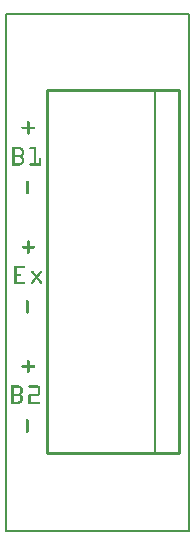
<source format=gto>
G04 MADE WITH FRITZING*
G04 WWW.FRITZING.ORG*
G04 DOUBLE SIDED*
G04 HOLES PLATED*
G04 CONTOUR ON CENTER OF CONTOUR VECTOR*
%ASAXBY*%
%FSLAX23Y23*%
%MOIN*%
%OFA0B0*%
%SFA1.0B1.0*%
%ADD10R,0.619201X1.732280X0.603201X1.716280*%
%ADD11C,0.008000*%
%ADD12C,0.010000*%
%ADD13C,0.005000*%
%ADD14R,0.001000X0.001000*%
%LNSILK1*%
G90*
G70*
G54D11*
X4Y1728D02*
X615Y1728D01*
X615Y4D01*
X4Y4D01*
X4Y1728D01*
D02*
G54D12*
X140Y1474D02*
X140Y264D01*
D02*
X140Y264D02*
X580Y264D01*
D02*
X580Y264D02*
X580Y1474D01*
D02*
X580Y1474D02*
X140Y1474D01*
G54D13*
D02*
X500Y264D02*
X500Y1474D01*
G54D14*
X77Y1369D02*
X80Y1369D01*
X75Y1368D02*
X82Y1368D01*
X75Y1367D02*
X82Y1367D01*
X75Y1366D02*
X83Y1366D01*
X74Y1365D02*
X83Y1365D01*
X74Y1364D02*
X83Y1364D01*
X74Y1363D02*
X83Y1363D01*
X74Y1362D02*
X83Y1362D01*
X74Y1361D02*
X83Y1361D01*
X74Y1360D02*
X83Y1360D01*
X74Y1359D02*
X83Y1359D01*
X74Y1358D02*
X83Y1358D01*
X74Y1357D02*
X83Y1357D01*
X74Y1356D02*
X83Y1356D01*
X74Y1355D02*
X83Y1355D01*
X74Y1354D02*
X83Y1354D01*
X74Y1353D02*
X83Y1353D01*
X74Y1352D02*
X83Y1352D01*
X59Y1351D02*
X99Y1351D01*
X57Y1350D02*
X100Y1350D01*
X57Y1349D02*
X100Y1349D01*
X56Y1348D02*
X101Y1348D01*
X56Y1347D02*
X101Y1347D01*
X56Y1346D02*
X101Y1346D01*
X57Y1345D02*
X100Y1345D01*
X58Y1344D02*
X100Y1344D01*
X59Y1343D02*
X98Y1343D01*
X74Y1342D02*
X83Y1342D01*
X74Y1341D02*
X83Y1341D01*
X74Y1340D02*
X83Y1340D01*
X74Y1339D02*
X83Y1339D01*
X74Y1338D02*
X83Y1338D01*
X74Y1337D02*
X83Y1337D01*
X74Y1336D02*
X83Y1336D01*
X74Y1335D02*
X83Y1335D01*
X74Y1334D02*
X83Y1334D01*
X74Y1333D02*
X83Y1333D01*
X74Y1332D02*
X83Y1332D01*
X74Y1331D02*
X83Y1331D01*
X74Y1330D02*
X83Y1330D01*
X74Y1329D02*
X83Y1329D01*
X75Y1328D02*
X83Y1328D01*
X75Y1327D02*
X82Y1327D01*
X76Y1326D02*
X82Y1326D01*
X77Y1325D02*
X80Y1325D01*
X28Y1283D02*
X48Y1283D01*
X87Y1283D02*
X104Y1283D01*
X26Y1282D02*
X54Y1282D01*
X84Y1282D02*
X105Y1282D01*
X26Y1281D02*
X56Y1281D01*
X84Y1281D02*
X105Y1281D01*
X26Y1280D02*
X58Y1280D01*
X83Y1280D02*
X105Y1280D01*
X26Y1279D02*
X59Y1279D01*
X83Y1279D02*
X105Y1279D01*
X26Y1278D02*
X60Y1278D01*
X83Y1278D02*
X105Y1278D01*
X26Y1277D02*
X61Y1277D01*
X84Y1277D02*
X105Y1277D01*
X26Y1276D02*
X61Y1276D01*
X84Y1276D02*
X105Y1276D01*
X26Y1275D02*
X33Y1275D01*
X50Y1275D02*
X62Y1275D01*
X98Y1275D02*
X105Y1275D01*
X26Y1274D02*
X33Y1274D01*
X53Y1274D02*
X63Y1274D01*
X99Y1274D02*
X105Y1274D01*
X26Y1273D02*
X33Y1273D01*
X55Y1273D02*
X63Y1273D01*
X99Y1273D02*
X105Y1273D01*
X26Y1272D02*
X33Y1272D01*
X56Y1272D02*
X63Y1272D01*
X99Y1272D02*
X105Y1272D01*
X26Y1271D02*
X33Y1271D01*
X56Y1271D02*
X64Y1271D01*
X99Y1271D02*
X105Y1271D01*
X26Y1270D02*
X33Y1270D01*
X57Y1270D02*
X64Y1270D01*
X99Y1270D02*
X105Y1270D01*
X26Y1269D02*
X33Y1269D01*
X57Y1269D02*
X64Y1269D01*
X99Y1269D02*
X105Y1269D01*
X26Y1268D02*
X33Y1268D01*
X57Y1268D02*
X64Y1268D01*
X99Y1268D02*
X105Y1268D01*
X26Y1267D02*
X33Y1267D01*
X57Y1267D02*
X64Y1267D01*
X99Y1267D02*
X105Y1267D01*
X26Y1266D02*
X33Y1266D01*
X57Y1266D02*
X64Y1266D01*
X99Y1266D02*
X105Y1266D01*
X26Y1265D02*
X33Y1265D01*
X57Y1265D02*
X64Y1265D01*
X99Y1265D02*
X105Y1265D01*
X26Y1264D02*
X33Y1264D01*
X57Y1264D02*
X64Y1264D01*
X99Y1264D02*
X105Y1264D01*
X26Y1263D02*
X33Y1263D01*
X57Y1263D02*
X64Y1263D01*
X99Y1263D02*
X105Y1263D01*
X26Y1262D02*
X33Y1262D01*
X57Y1262D02*
X64Y1262D01*
X99Y1262D02*
X105Y1262D01*
X26Y1261D02*
X33Y1261D01*
X57Y1261D02*
X64Y1261D01*
X99Y1261D02*
X105Y1261D01*
X26Y1260D02*
X33Y1260D01*
X56Y1260D02*
X64Y1260D01*
X99Y1260D02*
X105Y1260D01*
X26Y1259D02*
X33Y1259D01*
X55Y1259D02*
X63Y1259D01*
X99Y1259D02*
X105Y1259D01*
X26Y1258D02*
X33Y1258D01*
X54Y1258D02*
X63Y1258D01*
X99Y1258D02*
X105Y1258D01*
X26Y1257D02*
X33Y1257D01*
X52Y1257D02*
X62Y1257D01*
X99Y1257D02*
X105Y1257D01*
X26Y1256D02*
X62Y1256D01*
X99Y1256D02*
X105Y1256D01*
X26Y1255D02*
X61Y1255D01*
X99Y1255D02*
X105Y1255D01*
X26Y1254D02*
X60Y1254D01*
X99Y1254D02*
X105Y1254D01*
X26Y1253D02*
X59Y1253D01*
X99Y1253D02*
X105Y1253D01*
X26Y1252D02*
X59Y1252D01*
X99Y1252D02*
X105Y1252D01*
X26Y1251D02*
X60Y1251D01*
X99Y1251D02*
X105Y1251D01*
X26Y1250D02*
X61Y1250D01*
X99Y1250D02*
X105Y1250D01*
X26Y1249D02*
X62Y1249D01*
X99Y1249D02*
X105Y1249D01*
X26Y1248D02*
X33Y1248D01*
X52Y1248D02*
X62Y1248D01*
X99Y1248D02*
X105Y1248D01*
X26Y1247D02*
X33Y1247D01*
X54Y1247D02*
X63Y1247D01*
X99Y1247D02*
X105Y1247D01*
X26Y1246D02*
X33Y1246D01*
X55Y1246D02*
X63Y1246D01*
X99Y1246D02*
X105Y1246D01*
X26Y1245D02*
X33Y1245D01*
X56Y1245D02*
X63Y1245D01*
X99Y1245D02*
X105Y1245D01*
X116Y1245D02*
X119Y1245D01*
X26Y1244D02*
X33Y1244D01*
X56Y1244D02*
X64Y1244D01*
X99Y1244D02*
X105Y1244D01*
X115Y1244D02*
X120Y1244D01*
X26Y1243D02*
X33Y1243D01*
X57Y1243D02*
X64Y1243D01*
X99Y1243D02*
X105Y1243D01*
X115Y1243D02*
X121Y1243D01*
X26Y1242D02*
X33Y1242D01*
X57Y1242D02*
X64Y1242D01*
X99Y1242D02*
X105Y1242D01*
X114Y1242D02*
X121Y1242D01*
X26Y1241D02*
X33Y1241D01*
X57Y1241D02*
X64Y1241D01*
X99Y1241D02*
X105Y1241D01*
X114Y1241D02*
X121Y1241D01*
X26Y1240D02*
X33Y1240D01*
X57Y1240D02*
X64Y1240D01*
X99Y1240D02*
X105Y1240D01*
X114Y1240D02*
X121Y1240D01*
X26Y1239D02*
X33Y1239D01*
X57Y1239D02*
X64Y1239D01*
X99Y1239D02*
X105Y1239D01*
X114Y1239D02*
X121Y1239D01*
X26Y1238D02*
X33Y1238D01*
X57Y1238D02*
X64Y1238D01*
X99Y1238D02*
X105Y1238D01*
X114Y1238D02*
X121Y1238D01*
X26Y1237D02*
X33Y1237D01*
X57Y1237D02*
X64Y1237D01*
X99Y1237D02*
X105Y1237D01*
X114Y1237D02*
X121Y1237D01*
X26Y1236D02*
X33Y1236D01*
X57Y1236D02*
X64Y1236D01*
X99Y1236D02*
X105Y1236D01*
X114Y1236D02*
X121Y1236D01*
X26Y1235D02*
X33Y1235D01*
X57Y1235D02*
X64Y1235D01*
X99Y1235D02*
X105Y1235D01*
X114Y1235D02*
X121Y1235D01*
X26Y1234D02*
X33Y1234D01*
X56Y1234D02*
X64Y1234D01*
X99Y1234D02*
X105Y1234D01*
X114Y1234D02*
X121Y1234D01*
X26Y1233D02*
X33Y1233D01*
X56Y1233D02*
X63Y1233D01*
X99Y1233D02*
X105Y1233D01*
X114Y1233D02*
X121Y1233D01*
X26Y1232D02*
X33Y1232D01*
X55Y1232D02*
X63Y1232D01*
X99Y1232D02*
X105Y1232D01*
X114Y1232D02*
X121Y1232D01*
X26Y1231D02*
X33Y1231D01*
X54Y1231D02*
X63Y1231D01*
X99Y1231D02*
X105Y1231D01*
X114Y1231D02*
X121Y1231D01*
X26Y1230D02*
X33Y1230D01*
X52Y1230D02*
X62Y1230D01*
X98Y1230D02*
X106Y1230D01*
X114Y1230D02*
X121Y1230D01*
X26Y1229D02*
X62Y1229D01*
X85Y1229D02*
X121Y1229D01*
X26Y1228D02*
X61Y1228D01*
X84Y1228D02*
X121Y1228D01*
X26Y1227D02*
X60Y1227D01*
X83Y1227D02*
X121Y1227D01*
X26Y1226D02*
X59Y1226D01*
X83Y1226D02*
X121Y1226D01*
X26Y1225D02*
X58Y1225D01*
X83Y1225D02*
X121Y1225D01*
X26Y1224D02*
X57Y1224D01*
X83Y1224D02*
X121Y1224D01*
X26Y1223D02*
X55Y1223D01*
X84Y1223D02*
X120Y1223D01*
X26Y1222D02*
X52Y1222D01*
X85Y1222D02*
X119Y1222D01*
X75Y1171D02*
X75Y1171D01*
X72Y1170D02*
X78Y1170D01*
X72Y1169D02*
X78Y1169D01*
X71Y1168D02*
X79Y1168D01*
X71Y1167D02*
X79Y1167D01*
X71Y1166D02*
X79Y1166D01*
X71Y1165D02*
X79Y1165D01*
X71Y1164D02*
X79Y1164D01*
X71Y1163D02*
X79Y1163D01*
X71Y1162D02*
X79Y1162D01*
X71Y1161D02*
X79Y1161D01*
X71Y1160D02*
X79Y1160D01*
X71Y1159D02*
X79Y1159D01*
X71Y1158D02*
X79Y1158D01*
X71Y1157D02*
X79Y1157D01*
X71Y1156D02*
X79Y1156D01*
X71Y1155D02*
X79Y1155D01*
X71Y1154D02*
X79Y1154D01*
X71Y1153D02*
X79Y1153D01*
X71Y1152D02*
X79Y1152D01*
X71Y1151D02*
X79Y1151D01*
X71Y1150D02*
X79Y1150D01*
X71Y1149D02*
X79Y1149D01*
X71Y1148D02*
X79Y1148D01*
X71Y1147D02*
X79Y1147D01*
X71Y1146D02*
X79Y1146D01*
X71Y1145D02*
X79Y1145D01*
X71Y1144D02*
X79Y1144D01*
X71Y1143D02*
X79Y1143D01*
X71Y1142D02*
X79Y1142D01*
X71Y1141D02*
X79Y1141D01*
X71Y1140D02*
X79Y1140D01*
X71Y1139D02*
X79Y1139D01*
X71Y1138D02*
X79Y1138D01*
X71Y1137D02*
X79Y1137D01*
X71Y1136D02*
X79Y1136D01*
X71Y1135D02*
X79Y1135D01*
X71Y1134D02*
X79Y1134D01*
X71Y1133D02*
X79Y1133D01*
X71Y1132D02*
X79Y1132D01*
X71Y1131D02*
X79Y1131D01*
X71Y1130D02*
X79Y1130D01*
X71Y1129D02*
X79Y1129D01*
X71Y1128D02*
X79Y1128D01*
X72Y1127D02*
X78Y1127D01*
X73Y1126D02*
X77Y1126D01*
X78Y972D02*
X79Y972D01*
X76Y971D02*
X81Y971D01*
X75Y970D02*
X82Y970D01*
X75Y969D02*
X82Y969D01*
X75Y968D02*
X83Y968D01*
X74Y967D02*
X83Y967D01*
X74Y966D02*
X83Y966D01*
X74Y965D02*
X83Y965D01*
X74Y964D02*
X83Y964D01*
X74Y963D02*
X83Y963D01*
X74Y962D02*
X83Y962D01*
X74Y961D02*
X83Y961D01*
X74Y960D02*
X83Y960D01*
X74Y959D02*
X83Y959D01*
X74Y958D02*
X83Y958D01*
X74Y957D02*
X83Y957D01*
X74Y956D02*
X83Y956D01*
X74Y955D02*
X83Y955D01*
X61Y954D02*
X96Y954D01*
X58Y953D02*
X99Y953D01*
X57Y952D02*
X100Y952D01*
X57Y951D02*
X101Y951D01*
X56Y950D02*
X101Y950D01*
X56Y949D02*
X101Y949D01*
X57Y948D02*
X101Y948D01*
X57Y947D02*
X100Y947D01*
X58Y946D02*
X99Y946D01*
X60Y945D02*
X97Y945D01*
X74Y944D02*
X83Y944D01*
X74Y943D02*
X83Y943D01*
X74Y942D02*
X83Y942D01*
X74Y941D02*
X83Y941D01*
X74Y940D02*
X83Y940D01*
X74Y939D02*
X83Y939D01*
X74Y938D02*
X83Y938D01*
X74Y937D02*
X83Y937D01*
X74Y936D02*
X83Y936D01*
X74Y935D02*
X83Y935D01*
X74Y934D02*
X83Y934D01*
X74Y933D02*
X83Y933D01*
X74Y932D02*
X83Y932D01*
X75Y931D02*
X83Y931D01*
X75Y930D02*
X82Y930D01*
X75Y929D02*
X82Y929D01*
X76Y928D02*
X81Y928D01*
X77Y927D02*
X80Y927D01*
X32Y887D02*
X66Y887D01*
X32Y886D02*
X67Y886D01*
X32Y885D02*
X67Y885D01*
X32Y884D02*
X68Y884D01*
X32Y883D02*
X67Y883D01*
X32Y882D02*
X67Y882D01*
X32Y881D02*
X66Y881D01*
X32Y880D02*
X65Y880D01*
X32Y879D02*
X39Y879D01*
X32Y878D02*
X39Y878D01*
X32Y877D02*
X39Y877D01*
X32Y876D02*
X39Y876D01*
X32Y875D02*
X39Y875D01*
X32Y874D02*
X39Y874D01*
X32Y873D02*
X39Y873D01*
X32Y872D02*
X39Y872D01*
X32Y871D02*
X39Y871D01*
X32Y870D02*
X39Y870D01*
X90Y870D02*
X94Y870D01*
X119Y870D02*
X123Y870D01*
X32Y869D02*
X39Y869D01*
X89Y869D02*
X95Y869D01*
X118Y869D02*
X124Y869D01*
X32Y868D02*
X39Y868D01*
X88Y868D02*
X96Y868D01*
X117Y868D02*
X125Y868D01*
X32Y867D02*
X39Y867D01*
X88Y867D02*
X96Y867D01*
X117Y867D02*
X125Y867D01*
X32Y866D02*
X39Y866D01*
X88Y866D02*
X97Y866D01*
X116Y866D02*
X125Y866D01*
X32Y865D02*
X39Y865D01*
X89Y865D02*
X98Y865D01*
X115Y865D02*
X124Y865D01*
X32Y864D02*
X39Y864D01*
X90Y864D02*
X99Y864D01*
X114Y864D02*
X123Y864D01*
X32Y863D02*
X39Y863D01*
X90Y863D02*
X100Y863D01*
X113Y863D02*
X123Y863D01*
X32Y862D02*
X39Y862D01*
X91Y862D02*
X101Y862D01*
X112Y862D02*
X122Y862D01*
X32Y861D02*
X51Y861D01*
X92Y861D02*
X101Y861D01*
X112Y861D02*
X121Y861D01*
X32Y860D02*
X53Y860D01*
X93Y860D02*
X102Y860D01*
X111Y860D02*
X120Y860D01*
X32Y859D02*
X54Y859D01*
X94Y859D02*
X103Y859D01*
X110Y859D02*
X119Y859D01*
X32Y858D02*
X55Y858D01*
X95Y858D02*
X104Y858D01*
X109Y858D02*
X118Y858D01*
X32Y857D02*
X55Y857D01*
X95Y857D02*
X105Y857D01*
X108Y857D02*
X118Y857D01*
X32Y856D02*
X55Y856D01*
X96Y856D02*
X117Y856D01*
X32Y855D02*
X54Y855D01*
X97Y855D02*
X116Y855D01*
X32Y854D02*
X53Y854D01*
X98Y854D02*
X115Y854D01*
X32Y853D02*
X39Y853D01*
X99Y853D02*
X114Y853D01*
X32Y852D02*
X39Y852D01*
X100Y852D02*
X113Y852D01*
X32Y851D02*
X39Y851D01*
X100Y851D02*
X113Y851D01*
X32Y850D02*
X39Y850D01*
X101Y850D02*
X112Y850D01*
X32Y849D02*
X39Y849D01*
X102Y849D02*
X111Y849D01*
X32Y848D02*
X39Y848D01*
X101Y848D02*
X112Y848D01*
X32Y847D02*
X39Y847D01*
X100Y847D02*
X113Y847D01*
X32Y846D02*
X39Y846D01*
X99Y846D02*
X114Y846D01*
X32Y845D02*
X39Y845D01*
X98Y845D02*
X115Y845D01*
X32Y844D02*
X39Y844D01*
X97Y844D02*
X116Y844D01*
X32Y843D02*
X39Y843D01*
X97Y843D02*
X116Y843D01*
X32Y842D02*
X39Y842D01*
X96Y842D02*
X105Y842D01*
X108Y842D02*
X117Y842D01*
X32Y841D02*
X39Y841D01*
X95Y841D02*
X104Y841D01*
X109Y841D02*
X118Y841D01*
X32Y840D02*
X39Y840D01*
X94Y840D02*
X104Y840D01*
X109Y840D02*
X119Y840D01*
X32Y839D02*
X39Y839D01*
X93Y839D02*
X103Y839D01*
X110Y839D02*
X120Y839D01*
X32Y838D02*
X39Y838D01*
X93Y838D02*
X102Y838D01*
X111Y838D02*
X121Y838D01*
X32Y837D02*
X39Y837D01*
X92Y837D02*
X101Y837D01*
X112Y837D02*
X121Y837D01*
X32Y836D02*
X39Y836D01*
X91Y836D02*
X100Y836D01*
X113Y836D02*
X122Y836D01*
X32Y835D02*
X39Y835D01*
X90Y835D02*
X99Y835D01*
X114Y835D02*
X123Y835D01*
X32Y834D02*
X65Y834D01*
X89Y834D02*
X99Y834D01*
X114Y834D02*
X124Y834D01*
X32Y833D02*
X66Y833D01*
X88Y833D02*
X98Y833D01*
X115Y833D02*
X125Y833D01*
X32Y832D02*
X67Y832D01*
X88Y832D02*
X97Y832D01*
X116Y832D02*
X125Y832D01*
X32Y831D02*
X68Y831D01*
X88Y831D02*
X96Y831D01*
X117Y831D02*
X126Y831D01*
X32Y830D02*
X68Y830D01*
X88Y830D02*
X95Y830D01*
X118Y830D02*
X126Y830D01*
X32Y829D02*
X67Y829D01*
X88Y829D02*
X95Y829D01*
X119Y829D02*
X125Y829D01*
X32Y828D02*
X67Y828D01*
X88Y828D02*
X94Y828D01*
X119Y828D02*
X125Y828D01*
X32Y827D02*
X66Y827D01*
X89Y827D02*
X93Y827D01*
X121Y827D02*
X124Y827D01*
X74Y773D02*
X76Y773D01*
X72Y772D02*
X78Y772D01*
X71Y771D02*
X79Y771D01*
X71Y770D02*
X79Y770D01*
X71Y769D02*
X79Y769D01*
X71Y768D02*
X79Y768D01*
X71Y767D02*
X79Y767D01*
X71Y766D02*
X79Y766D01*
X71Y765D02*
X79Y765D01*
X71Y764D02*
X79Y764D01*
X71Y763D02*
X79Y763D01*
X71Y762D02*
X79Y762D01*
X71Y761D02*
X79Y761D01*
X71Y760D02*
X79Y760D01*
X71Y759D02*
X79Y759D01*
X71Y758D02*
X79Y758D01*
X71Y757D02*
X79Y757D01*
X71Y756D02*
X79Y756D01*
X71Y755D02*
X79Y755D01*
X71Y754D02*
X79Y754D01*
X71Y753D02*
X79Y753D01*
X71Y752D02*
X79Y752D01*
X71Y751D02*
X79Y751D01*
X71Y750D02*
X79Y750D01*
X71Y749D02*
X79Y749D01*
X71Y748D02*
X79Y748D01*
X71Y747D02*
X79Y747D01*
X71Y746D02*
X79Y746D01*
X71Y745D02*
X79Y745D01*
X71Y744D02*
X79Y744D01*
X71Y743D02*
X79Y743D01*
X71Y742D02*
X79Y742D01*
X71Y741D02*
X79Y741D01*
X71Y740D02*
X79Y740D01*
X71Y739D02*
X79Y739D01*
X71Y738D02*
X79Y738D01*
X71Y737D02*
X79Y737D01*
X71Y736D02*
X79Y736D01*
X71Y735D02*
X79Y735D01*
X71Y734D02*
X79Y734D01*
X71Y733D02*
X79Y733D01*
X71Y732D02*
X79Y732D01*
X71Y731D02*
X79Y731D01*
X71Y730D02*
X79Y730D01*
X72Y729D02*
X78Y729D01*
X74Y728D02*
X76Y728D01*
X77Y574D02*
X80Y574D01*
X76Y573D02*
X81Y573D01*
X75Y572D02*
X82Y572D01*
X75Y571D02*
X82Y571D01*
X74Y570D02*
X83Y570D01*
X74Y569D02*
X83Y569D01*
X74Y568D02*
X83Y568D01*
X74Y567D02*
X83Y567D01*
X74Y566D02*
X83Y566D01*
X74Y565D02*
X83Y565D01*
X74Y564D02*
X83Y564D01*
X74Y563D02*
X83Y563D01*
X74Y562D02*
X83Y562D01*
X74Y561D02*
X83Y561D01*
X74Y560D02*
X83Y560D01*
X74Y559D02*
X83Y559D01*
X74Y558D02*
X83Y558D01*
X74Y557D02*
X83Y557D01*
X59Y556D02*
X98Y556D01*
X58Y555D02*
X99Y555D01*
X57Y554D02*
X100Y554D01*
X56Y553D02*
X101Y553D01*
X56Y552D02*
X101Y552D01*
X56Y551D02*
X101Y551D01*
X57Y550D02*
X100Y550D01*
X57Y549D02*
X100Y549D01*
X58Y548D02*
X99Y548D01*
X74Y547D02*
X83Y547D01*
X74Y546D02*
X83Y546D01*
X74Y545D02*
X83Y545D01*
X74Y544D02*
X83Y544D01*
X74Y543D02*
X83Y543D01*
X74Y542D02*
X83Y542D01*
X74Y541D02*
X83Y541D01*
X74Y540D02*
X83Y540D01*
X74Y539D02*
X83Y539D01*
X74Y538D02*
X83Y538D01*
X74Y537D02*
X83Y537D01*
X74Y536D02*
X83Y536D01*
X74Y535D02*
X83Y535D01*
X74Y534D02*
X83Y534D01*
X75Y533D02*
X83Y533D01*
X75Y532D02*
X82Y532D01*
X75Y531D02*
X82Y531D01*
X76Y530D02*
X81Y530D01*
X78Y529D02*
X79Y529D01*
X22Y488D02*
X48Y488D01*
X81Y488D02*
X112Y488D01*
X22Y487D02*
X51Y487D01*
X80Y487D02*
X114Y487D01*
X22Y486D02*
X53Y486D01*
X79Y486D02*
X115Y486D01*
X22Y485D02*
X54Y485D01*
X79Y485D02*
X116Y485D01*
X22Y484D02*
X55Y484D01*
X79Y484D02*
X116Y484D01*
X22Y483D02*
X56Y483D01*
X79Y483D02*
X117Y483D01*
X22Y482D02*
X57Y482D01*
X80Y482D02*
X117Y482D01*
X22Y481D02*
X58Y481D01*
X81Y481D02*
X117Y481D01*
X22Y480D02*
X29Y480D01*
X48Y480D02*
X58Y480D01*
X110Y480D02*
X117Y480D01*
X22Y479D02*
X29Y479D01*
X50Y479D02*
X59Y479D01*
X110Y479D02*
X117Y479D01*
X22Y478D02*
X29Y478D01*
X51Y478D02*
X59Y478D01*
X110Y478D02*
X117Y478D01*
X22Y477D02*
X29Y477D01*
X52Y477D02*
X60Y477D01*
X110Y477D02*
X117Y477D01*
X22Y476D02*
X29Y476D01*
X53Y476D02*
X60Y476D01*
X110Y476D02*
X117Y476D01*
X22Y475D02*
X29Y475D01*
X53Y475D02*
X60Y475D01*
X110Y475D02*
X117Y475D01*
X22Y474D02*
X29Y474D01*
X53Y474D02*
X60Y474D01*
X110Y474D02*
X117Y474D01*
X22Y473D02*
X29Y473D01*
X53Y473D02*
X60Y473D01*
X110Y473D02*
X117Y473D01*
X22Y472D02*
X29Y472D01*
X53Y472D02*
X60Y472D01*
X110Y472D02*
X117Y472D01*
X22Y471D02*
X29Y471D01*
X53Y471D02*
X60Y471D01*
X110Y471D02*
X117Y471D01*
X22Y470D02*
X29Y470D01*
X53Y470D02*
X60Y470D01*
X110Y470D02*
X117Y470D01*
X22Y469D02*
X29Y469D01*
X53Y469D02*
X60Y469D01*
X110Y469D02*
X117Y469D01*
X22Y468D02*
X29Y468D01*
X53Y468D02*
X60Y468D01*
X110Y468D02*
X117Y468D01*
X22Y467D02*
X29Y467D01*
X53Y467D02*
X60Y467D01*
X110Y467D02*
X117Y467D01*
X22Y466D02*
X29Y466D01*
X52Y466D02*
X60Y466D01*
X110Y466D02*
X117Y466D01*
X22Y465D02*
X29Y465D01*
X52Y465D02*
X60Y465D01*
X110Y465D02*
X117Y465D01*
X22Y464D02*
X29Y464D01*
X51Y464D02*
X59Y464D01*
X110Y464D02*
X117Y464D01*
X22Y463D02*
X29Y463D01*
X50Y463D02*
X59Y463D01*
X110Y463D02*
X117Y463D01*
X22Y462D02*
X29Y462D01*
X47Y462D02*
X58Y462D01*
X110Y462D02*
X117Y462D01*
X22Y461D02*
X58Y461D01*
X84Y461D02*
X117Y461D01*
X22Y460D02*
X57Y460D01*
X82Y460D02*
X117Y460D01*
X22Y459D02*
X56Y459D01*
X81Y459D02*
X117Y459D01*
X22Y458D02*
X55Y458D01*
X80Y458D02*
X116Y458D01*
X22Y457D02*
X56Y457D01*
X80Y457D02*
X116Y457D01*
X22Y456D02*
X57Y456D01*
X79Y456D02*
X115Y456D01*
X22Y455D02*
X57Y455D01*
X79Y455D02*
X113Y455D01*
X22Y454D02*
X58Y454D01*
X79Y454D02*
X111Y454D01*
X22Y453D02*
X29Y453D01*
X49Y453D02*
X59Y453D01*
X79Y453D02*
X86Y453D01*
X22Y452D02*
X29Y452D01*
X50Y452D02*
X59Y452D01*
X79Y452D02*
X86Y452D01*
X22Y451D02*
X29Y451D01*
X51Y451D02*
X59Y451D01*
X79Y451D02*
X86Y451D01*
X22Y450D02*
X29Y450D01*
X52Y450D02*
X60Y450D01*
X79Y450D02*
X86Y450D01*
X22Y449D02*
X29Y449D01*
X53Y449D02*
X60Y449D01*
X79Y449D02*
X86Y449D01*
X22Y448D02*
X29Y448D01*
X53Y448D02*
X60Y448D01*
X79Y448D02*
X86Y448D01*
X22Y447D02*
X29Y447D01*
X53Y447D02*
X60Y447D01*
X79Y447D02*
X86Y447D01*
X22Y446D02*
X29Y446D01*
X53Y446D02*
X60Y446D01*
X79Y446D02*
X86Y446D01*
X22Y445D02*
X29Y445D01*
X53Y445D02*
X60Y445D01*
X79Y445D02*
X86Y445D01*
X22Y444D02*
X29Y444D01*
X53Y444D02*
X60Y444D01*
X79Y444D02*
X86Y444D01*
X22Y443D02*
X29Y443D01*
X53Y443D02*
X60Y443D01*
X79Y443D02*
X86Y443D01*
X22Y442D02*
X29Y442D01*
X53Y442D02*
X60Y442D01*
X79Y442D02*
X86Y442D01*
X22Y441D02*
X29Y441D01*
X53Y441D02*
X60Y441D01*
X79Y441D02*
X86Y441D01*
X22Y440D02*
X29Y440D01*
X53Y440D02*
X60Y440D01*
X79Y440D02*
X86Y440D01*
X22Y439D02*
X29Y439D01*
X52Y439D02*
X60Y439D01*
X79Y439D02*
X86Y439D01*
X22Y438D02*
X29Y438D01*
X52Y438D02*
X59Y438D01*
X79Y438D02*
X86Y438D01*
X22Y437D02*
X29Y437D01*
X51Y437D02*
X59Y437D01*
X79Y437D02*
X86Y437D01*
X22Y436D02*
X29Y436D01*
X49Y436D02*
X59Y436D01*
X79Y436D02*
X86Y436D01*
X22Y435D02*
X30Y435D01*
X45Y435D02*
X58Y435D01*
X79Y435D02*
X87Y435D01*
X22Y434D02*
X58Y434D01*
X79Y434D02*
X116Y434D01*
X22Y433D02*
X57Y433D01*
X79Y433D02*
X117Y433D01*
X22Y432D02*
X56Y432D01*
X79Y432D02*
X117Y432D01*
X22Y431D02*
X55Y431D01*
X79Y431D02*
X117Y431D01*
X22Y430D02*
X54Y430D01*
X79Y430D02*
X117Y430D01*
X22Y429D02*
X52Y429D01*
X79Y429D02*
X117Y429D01*
X22Y428D02*
X50Y428D01*
X79Y428D02*
X116Y428D01*
X73Y375D02*
X77Y375D01*
X72Y374D02*
X78Y374D01*
X71Y373D02*
X79Y373D01*
X71Y372D02*
X79Y372D01*
X71Y371D02*
X79Y371D01*
X71Y370D02*
X79Y370D01*
X71Y369D02*
X79Y369D01*
X71Y368D02*
X79Y368D01*
X71Y367D02*
X79Y367D01*
X71Y366D02*
X79Y366D01*
X71Y365D02*
X79Y365D01*
X71Y364D02*
X79Y364D01*
X71Y363D02*
X79Y363D01*
X71Y362D02*
X79Y362D01*
X71Y361D02*
X79Y361D01*
X71Y360D02*
X79Y360D01*
X71Y359D02*
X79Y359D01*
X71Y358D02*
X79Y358D01*
X71Y357D02*
X79Y357D01*
X71Y356D02*
X79Y356D01*
X71Y355D02*
X79Y355D01*
X71Y354D02*
X79Y354D01*
X71Y353D02*
X79Y353D01*
X71Y352D02*
X79Y352D01*
X71Y351D02*
X79Y351D01*
X71Y350D02*
X79Y350D01*
X71Y349D02*
X79Y349D01*
X71Y348D02*
X79Y348D01*
X71Y347D02*
X79Y347D01*
X71Y346D02*
X79Y346D01*
X71Y345D02*
X79Y345D01*
X71Y344D02*
X79Y344D01*
X71Y343D02*
X79Y343D01*
X71Y342D02*
X79Y342D01*
X71Y341D02*
X79Y341D01*
X71Y340D02*
X79Y340D01*
X71Y339D02*
X79Y339D01*
X71Y338D02*
X79Y338D01*
X71Y337D02*
X79Y337D01*
X71Y336D02*
X79Y336D01*
X71Y335D02*
X79Y335D01*
X71Y334D02*
X79Y334D01*
X71Y333D02*
X79Y333D01*
X72Y332D02*
X78Y332D01*
X72Y331D02*
X77Y331D01*
D02*
G04 End of Silk1*
M02*
</source>
